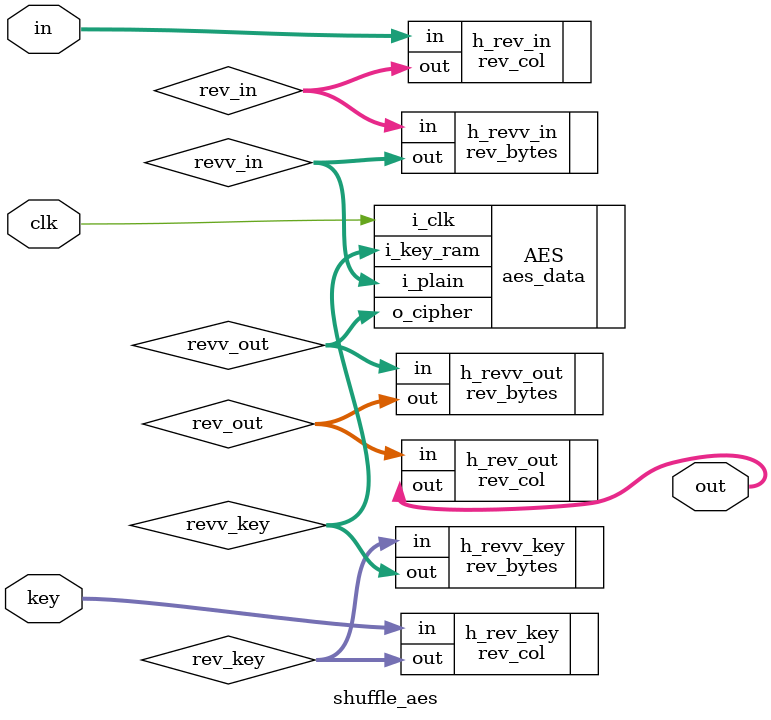
<source format=v>
`timescale 1ns / 1ps


module shuffle_aes (
    input clk,
    input[127:0] in,
    input[127:0] key,
    output[127:0] out
);

    wire[127:0] rev_in, revv_in, rev_key, revv_key, rev_out, revv_out;
    rev_col h_rev_in(.in(in), .out(rev_in));
    rev_bytes #(.SIZE(128)) h_revv_in(.in(rev_in), .out(revv_in));
    rev_col h_rev_key(.in(key), .out(rev_key));
    rev_bytes #(.SIZE(128)) h_revv_key(.in(rev_key), .out(revv_key));
    rev_col h_rev_out(.in(rev_out), .out(out));
    rev_bytes #(.SIZE(128)) h_revv_out(.in(revv_out), .out(rev_out));
    aes_data AES(.i_clk(clk), .i_plain(revv_in), .o_cipher(revv_out), .i_key_ram(revv_key));
endmodule

</source>
